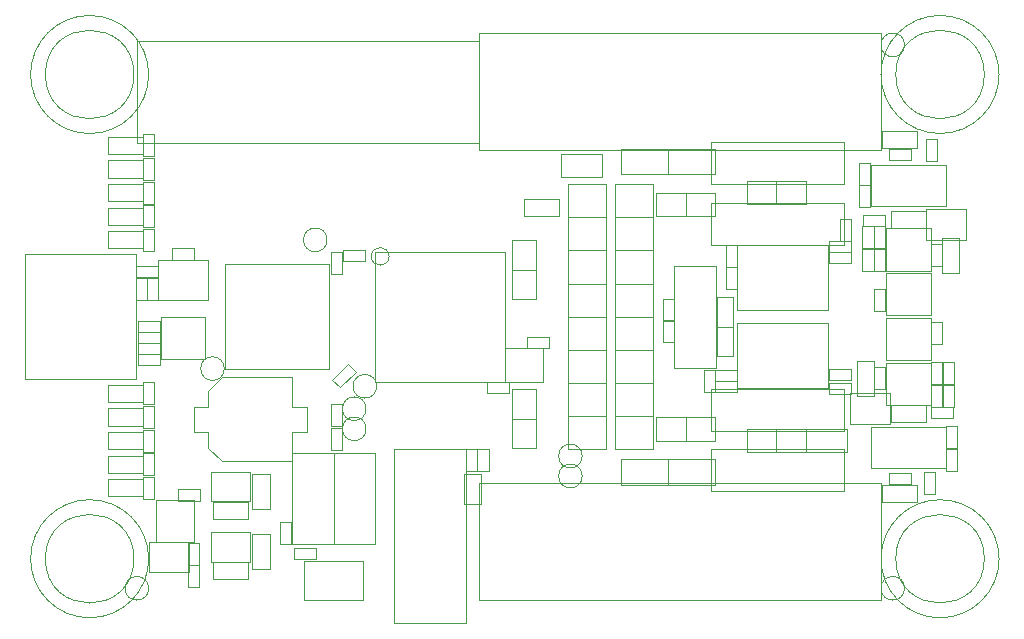
<source format=gbr>
G04 #@! TF.GenerationSoftware,KiCad,Pcbnew,7.0.7+dfsg-1*
G04 #@! TF.CreationDate,2023-10-06T03:56:53+00:00*
G04 #@! TF.ProjectId,glasgow,676c6173-676f-4772-9e6b-696361645f70,C3*
G04 #@! TF.SameCoordinates,Original*
G04 #@! TF.FileFunction,Other,User*
%FSLAX46Y46*%
G04 Gerber Fmt 4.6, Leading zero omitted, Abs format (unit mm)*
G04 Created by KiCad (PCBNEW 7.0.7+dfsg-1) date 2023-10-06 03:56:53*
%MOMM*%
%LPD*%
G01*
G04 APERTURE LIST*
%ADD10C,0.050000*%
%ADD11C,0.120000*%
G04 APERTURE END LIST*
D10*
X77400000Y-105000000D02*
G75*
G03*
X77400000Y-105000000I-1000000J0D01*
G01*
X77400000Y-103300000D02*
G75*
G03*
X77400000Y-103300000I-1000000J0D01*
G01*
X59000000Y-118500000D02*
G75*
G03*
X59000000Y-118500000I-1000000J0D01*
G01*
X123000000Y-72500000D02*
G75*
G03*
X123000000Y-72500000I-1000000J0D01*
G01*
X126530000Y-108530000D02*
X126530000Y-106670000D01*
X127470000Y-108530000D02*
X126530000Y-108530000D01*
X126530000Y-106670000D02*
X127470000Y-106670000D01*
X127470000Y-106670000D02*
X127470000Y-108530000D01*
X59470000Y-107070000D02*
X59470000Y-108930000D01*
X58530000Y-107070000D02*
X59470000Y-107070000D01*
X59470000Y-108930000D02*
X58530000Y-108930000D01*
X58530000Y-108930000D02*
X58530000Y-107070000D01*
X59470000Y-109070000D02*
X59470000Y-110930000D01*
X58530000Y-109070000D02*
X59470000Y-109070000D01*
X59470000Y-110930000D02*
X58530000Y-110930000D01*
X58530000Y-110930000D02*
X58530000Y-109070000D01*
X74100000Y-89000000D02*
G75*
G03*
X74100000Y-89000000I-1000000J0D01*
G01*
X74560051Y-100825269D02*
X75875269Y-99510051D01*
X75224731Y-101489949D02*
X74560051Y-100825269D01*
X75875269Y-99510051D02*
X76539949Y-100174731D01*
X76539949Y-100174731D02*
X75224731Y-101489949D01*
X65420000Y-91070000D02*
X74280000Y-91070000D01*
X65420000Y-99930000D02*
X65420000Y-91070000D01*
X74280000Y-91070000D02*
X74280000Y-99930000D01*
X74280000Y-99930000D02*
X65420000Y-99930000D01*
X120430000Y-91630000D02*
X120430000Y-89770000D01*
X121370000Y-91630000D02*
X120430000Y-91630000D01*
X120430000Y-89770000D02*
X121370000Y-89770000D01*
X121370000Y-89770000D02*
X121370000Y-91630000D01*
X55520000Y-101270000D02*
X58480000Y-101270000D01*
X55520000Y-102730000D02*
X55520000Y-101270000D01*
X58480000Y-101270000D02*
X58480000Y-102730000D01*
X58480000Y-102730000D02*
X55520000Y-102730000D01*
X55520000Y-105270000D02*
X58480000Y-105270000D01*
X55520000Y-106730000D02*
X55520000Y-105270000D01*
X58480000Y-105270000D02*
X58480000Y-106730000D01*
X58480000Y-106730000D02*
X55520000Y-106730000D01*
X55520000Y-88270000D02*
X58480000Y-88270000D01*
X55520000Y-89730000D02*
X55520000Y-88270000D01*
X58480000Y-88270000D02*
X58480000Y-89730000D01*
X58480000Y-89730000D02*
X55520000Y-89730000D01*
X55520000Y-86270000D02*
X58480000Y-86270000D01*
X55520000Y-87730000D02*
X55520000Y-86270000D01*
X58480000Y-86270000D02*
X58480000Y-87730000D01*
X58480000Y-87730000D02*
X55520000Y-87730000D01*
X55520000Y-84270000D02*
X58480000Y-84270000D01*
X55520000Y-85730000D02*
X55520000Y-84270000D01*
X58480000Y-84270000D02*
X58480000Y-85730000D01*
X58480000Y-85730000D02*
X55520000Y-85730000D01*
X55520000Y-82270000D02*
X58480000Y-82270000D01*
X55520000Y-83730000D02*
X55520000Y-82270000D01*
X58480000Y-82270000D02*
X58480000Y-83730000D01*
X58480000Y-83730000D02*
X55520000Y-83730000D01*
X58530000Y-85930000D02*
X58530000Y-84070000D01*
X59470000Y-85930000D02*
X58530000Y-85930000D01*
X58530000Y-84070000D02*
X59470000Y-84070000D01*
X59470000Y-84070000D02*
X59470000Y-85930000D01*
X58530000Y-87930000D02*
X58530000Y-86070000D01*
X59470000Y-87930000D02*
X58530000Y-87930000D01*
X58530000Y-86070000D02*
X59470000Y-86070000D01*
X59470000Y-86070000D02*
X59470000Y-87930000D01*
X59470000Y-103070000D02*
X59470000Y-104930000D01*
X58530000Y-103070000D02*
X59470000Y-103070000D01*
X59470000Y-104930000D02*
X58530000Y-104930000D01*
X58530000Y-104930000D02*
X58530000Y-103070000D01*
X98500000Y-98300000D02*
X98500000Y-101100000D01*
X98500000Y-98300000D02*
X101700000Y-98300000D01*
X98500000Y-101100000D02*
X101700000Y-101100000D01*
X101700000Y-101100000D02*
X101700000Y-98300000D01*
X98500000Y-95500000D02*
X98500000Y-98300000D01*
X98500000Y-95500000D02*
X101700000Y-95500000D01*
X98500000Y-98300000D02*
X101700000Y-98300000D01*
X101700000Y-98300000D02*
X101700000Y-95500000D01*
X98500000Y-89900000D02*
X98500000Y-92700000D01*
X98500000Y-89900000D02*
X101700000Y-89900000D01*
X98500000Y-92700000D02*
X101700000Y-92700000D01*
X101700000Y-92700000D02*
X101700000Y-89900000D01*
X94500000Y-92700000D02*
X94500000Y-95500000D01*
X94500000Y-92700000D02*
X97700000Y-92700000D01*
X94500000Y-95500000D02*
X97700000Y-95500000D01*
X97700000Y-95500000D02*
X97700000Y-92700000D01*
X94500000Y-89900000D02*
X94500000Y-92700000D01*
X94500000Y-89900000D02*
X97700000Y-89900000D01*
X94500000Y-92700000D02*
X97700000Y-92700000D01*
X97700000Y-92700000D02*
X97700000Y-89900000D01*
X94500000Y-87100000D02*
X94500000Y-89900000D01*
X94500000Y-87100000D02*
X97700000Y-87100000D01*
X94500000Y-89900000D02*
X97700000Y-89900000D01*
X97700000Y-89900000D02*
X97700000Y-87100000D01*
X94500000Y-95500000D02*
X94500000Y-98300000D01*
X94500000Y-95500000D02*
X97700000Y-95500000D01*
X94500000Y-98300000D02*
X97700000Y-98300000D01*
X97700000Y-98300000D02*
X97700000Y-95500000D01*
X94500000Y-101100000D02*
X94500000Y-103900000D01*
X94500000Y-101100000D02*
X97700000Y-101100000D01*
X94500000Y-103900000D02*
X97700000Y-103900000D01*
X97700000Y-103900000D02*
X97700000Y-101100000D01*
X94500000Y-103900000D02*
X94500000Y-106700000D01*
X94500000Y-103900000D02*
X97700000Y-103900000D01*
X94500000Y-106700000D02*
X97700000Y-106700000D01*
X97700000Y-106700000D02*
X97700000Y-103900000D01*
X121330000Y-87870000D02*
X119470000Y-87870000D01*
X121330000Y-86930000D02*
X121330000Y-87870000D01*
X119470000Y-87870000D02*
X119470000Y-86930000D01*
X119470000Y-86930000D02*
X121330000Y-86930000D01*
X55520000Y-80270000D02*
X58480000Y-80270000D01*
X55520000Y-81730000D02*
X55520000Y-80270000D01*
X58480000Y-80270000D02*
X58480000Y-81730000D01*
X58480000Y-81730000D02*
X55520000Y-81730000D01*
X106650000Y-89400000D02*
X106650000Y-85850000D01*
X117850000Y-89400000D02*
X106650000Y-89400000D01*
X106650000Y-85850000D02*
X117850000Y-85850000D01*
X117850000Y-85850000D02*
X117850000Y-89400000D01*
X117850000Y-106700000D02*
X117850000Y-110250000D01*
X106650000Y-106700000D02*
X117850000Y-106700000D01*
X117850000Y-110250000D02*
X106650000Y-110250000D01*
X106650000Y-110250000D02*
X106650000Y-106700000D01*
X126170000Y-91780000D02*
X126170000Y-88820000D01*
X127630000Y-91780000D02*
X126170000Y-91780000D01*
X126170000Y-88820000D02*
X127630000Y-88820000D01*
X127630000Y-88820000D02*
X127630000Y-91780000D01*
X120430000Y-99220000D02*
X120430000Y-102180000D01*
X118970000Y-99220000D02*
X120430000Y-99220000D01*
X120430000Y-102180000D02*
X118970000Y-102180000D01*
X118970000Y-102180000D02*
X118970000Y-99220000D01*
X124780000Y-104430000D02*
X121820000Y-104430000D01*
X124780000Y-102970000D02*
X124780000Y-104430000D01*
X121820000Y-104430000D02*
X121820000Y-102970000D01*
X121820000Y-102970000D02*
X124780000Y-102970000D01*
X126170000Y-101270000D02*
X126170000Y-103130000D01*
X125230000Y-101270000D02*
X126170000Y-101270000D01*
X126170000Y-103130000D02*
X125230000Y-103130000D01*
X125230000Y-103130000D02*
X125230000Y-101270000D01*
X126170000Y-99370000D02*
X126170000Y-101230000D01*
X125230000Y-99370000D02*
X126170000Y-99370000D01*
X126170000Y-101230000D02*
X125230000Y-101230000D01*
X125230000Y-101230000D02*
X125230000Y-99370000D01*
X123000000Y-118500000D02*
G75*
G03*
X123000000Y-118500000I-1000000J0D01*
G01*
X79350000Y-90400000D02*
G75*
G03*
X79350000Y-90400000I-750000J0D01*
G01*
X125230000Y-91230000D02*
X125230000Y-89370000D01*
X126170000Y-91230000D02*
X125230000Y-91230000D01*
X125230000Y-89370000D02*
X126170000Y-89370000D01*
X126170000Y-89370000D02*
X126170000Y-91230000D01*
X120430000Y-89730000D02*
X120430000Y-87870000D01*
X121370000Y-89730000D02*
X120430000Y-89730000D01*
X120430000Y-87870000D02*
X121370000Y-87870000D01*
X121370000Y-87870000D02*
X121370000Y-89730000D01*
X58880000Y-94080000D02*
X58880000Y-92220000D01*
X59820000Y-94080000D02*
X58880000Y-94080000D01*
X58880000Y-92220000D02*
X59820000Y-92220000D01*
X59820000Y-92220000D02*
X59820000Y-94080000D01*
X58530000Y-89930000D02*
X58530000Y-88070000D01*
X59470000Y-89930000D02*
X58530000Y-89930000D01*
X58530000Y-88070000D02*
X59470000Y-88070000D01*
X59470000Y-88070000D02*
X59470000Y-89930000D01*
X75470000Y-89830000D02*
X77330000Y-89830000D01*
X75470000Y-90770000D02*
X75470000Y-89830000D01*
X77330000Y-89830000D02*
X77330000Y-90770000D01*
X77330000Y-90770000D02*
X75470000Y-90770000D01*
X58530000Y-81930000D02*
X58530000Y-80070000D01*
X59470000Y-81930000D02*
X58530000Y-81930000D01*
X58530000Y-80070000D02*
X59470000Y-80070000D01*
X59470000Y-80070000D02*
X59470000Y-81930000D01*
X58530000Y-83930000D02*
X58530000Y-82070000D01*
X59470000Y-83930000D02*
X58530000Y-83930000D01*
X58530000Y-82070000D02*
X59470000Y-82070000D01*
X59470000Y-82070000D02*
X59470000Y-83930000D01*
X59800000Y-90700000D02*
X59800000Y-94100000D01*
X59800000Y-94100000D02*
X64000000Y-94100000D01*
X64000000Y-90700000D02*
X59800000Y-90700000D01*
X64000000Y-94100000D02*
X64000000Y-90700000D01*
X89200000Y-90000000D02*
X78200000Y-90000000D01*
X89200000Y-90000000D02*
X89200000Y-101000000D01*
X89200000Y-101000000D02*
X78200000Y-101000000D01*
X78200000Y-101000000D02*
X78200000Y-90000000D01*
X59780000Y-92170000D02*
X57920000Y-92170000D01*
X59780000Y-91230000D02*
X59780000Y-92170000D01*
X57920000Y-92170000D02*
X57920000Y-91230000D01*
X57920000Y-91230000D02*
X59780000Y-91230000D01*
X98500000Y-87100000D02*
X98500000Y-89900000D01*
X98500000Y-87100000D02*
X101700000Y-87100000D01*
X98500000Y-89900000D02*
X101700000Y-89900000D01*
X101700000Y-89900000D02*
X101700000Y-87100000D01*
X98500000Y-84300000D02*
X98500000Y-87100000D01*
X98500000Y-84300000D02*
X101700000Y-84300000D01*
X98500000Y-87100000D02*
X101700000Y-87100000D01*
X101700000Y-87100000D02*
X101700000Y-84300000D01*
X59470000Y-105070000D02*
X59470000Y-106930000D01*
X58530000Y-105070000D02*
X59470000Y-105070000D01*
X59470000Y-106930000D02*
X58530000Y-106930000D01*
X58530000Y-106930000D02*
X58530000Y-105070000D01*
X55520000Y-107270000D02*
X58480000Y-107270000D01*
X55520000Y-108730000D02*
X55520000Y-107270000D01*
X58480000Y-107270000D02*
X58480000Y-108730000D01*
X58480000Y-108730000D02*
X55520000Y-108730000D01*
X59470000Y-101070000D02*
X59470000Y-102930000D01*
X58530000Y-101070000D02*
X59470000Y-101070000D01*
X59470000Y-102930000D02*
X58530000Y-102930000D01*
X58530000Y-102930000D02*
X58530000Y-101070000D01*
X55520000Y-103270000D02*
X58480000Y-103270000D01*
X55520000Y-104730000D02*
X55520000Y-103270000D01*
X58480000Y-103270000D02*
X58480000Y-104730000D01*
X58480000Y-104730000D02*
X55520000Y-104730000D01*
X55520000Y-109270000D02*
X58480000Y-109270000D01*
X55520000Y-110730000D02*
X55520000Y-109270000D01*
X58480000Y-109270000D02*
X58480000Y-110730000D01*
X58480000Y-110730000D02*
X55520000Y-110730000D01*
X124830000Y-82330000D02*
X124830000Y-80470000D01*
X125770000Y-82330000D02*
X124830000Y-82330000D01*
X124830000Y-80470000D02*
X125770000Y-80470000D01*
X125770000Y-80470000D02*
X125770000Y-82330000D01*
X117850000Y-101620000D02*
X117850000Y-105170000D01*
X106650000Y-101620000D02*
X117850000Y-101620000D01*
X117850000Y-105170000D02*
X106650000Y-105170000D01*
X106650000Y-105170000D02*
X106650000Y-101620000D01*
X121400000Y-99400000D02*
X125200000Y-99400000D01*
X121400000Y-103000000D02*
X121400000Y-99400000D01*
X125200000Y-99400000D02*
X125200000Y-103000000D01*
X125200000Y-103000000D02*
X121400000Y-103000000D01*
X108830000Y-101870000D02*
X106970000Y-101870000D01*
X108830000Y-100930000D02*
X108830000Y-101870000D01*
X106970000Y-101870000D02*
X106970000Y-100930000D01*
X106970000Y-100930000D02*
X108830000Y-100930000D01*
X125270000Y-103130000D02*
X127130000Y-103130000D01*
X125270000Y-104070000D02*
X125270000Y-103130000D01*
X127130000Y-103130000D02*
X127130000Y-104070000D01*
X127130000Y-104070000D02*
X125270000Y-104070000D01*
X125570000Y-108670000D02*
X125570000Y-110530000D01*
X124630000Y-108670000D02*
X125570000Y-108670000D01*
X125570000Y-110530000D02*
X124630000Y-110530000D01*
X124630000Y-110530000D02*
X124630000Y-108670000D01*
X98500000Y-92700000D02*
X98500000Y-95500000D01*
X98500000Y-92700000D02*
X101700000Y-92700000D01*
X98500000Y-95500000D02*
X101700000Y-95500000D01*
X101700000Y-95500000D02*
X101700000Y-92700000D01*
X71070000Y-112870000D02*
X71070000Y-114730000D01*
X70130000Y-112870000D02*
X71070000Y-112870000D01*
X71070000Y-114730000D02*
X70130000Y-114730000D01*
X70130000Y-114730000D02*
X70130000Y-112870000D01*
X108850000Y-89450000D02*
X108850000Y-94950000D01*
X108850000Y-94950000D02*
X116550000Y-94950000D01*
X116550000Y-89450000D02*
X108850000Y-89450000D01*
X116550000Y-94950000D02*
X116550000Y-89450000D01*
X102530000Y-97680000D02*
X102530000Y-95820000D01*
X103470000Y-97680000D02*
X102530000Y-97680000D01*
X102530000Y-95820000D02*
X103470000Y-95820000D01*
X103470000Y-95820000D02*
X103470000Y-97680000D01*
X103470000Y-93970000D02*
X103470000Y-95830000D01*
X102530000Y-93970000D02*
X103470000Y-93970000D01*
X103470000Y-95830000D02*
X102530000Y-95830000D01*
X102530000Y-95830000D02*
X102530000Y-93970000D01*
X98500000Y-101100000D02*
X98500000Y-103900000D01*
X98500000Y-101100000D02*
X101700000Y-101100000D01*
X98500000Y-103900000D02*
X101700000Y-103900000D01*
X101700000Y-103900000D02*
X101700000Y-101100000D01*
X94500000Y-98300000D02*
X94500000Y-101100000D01*
X94500000Y-98300000D02*
X97700000Y-98300000D01*
X94500000Y-101100000D02*
X97700000Y-101100000D01*
X97700000Y-101100000D02*
X97700000Y-98300000D01*
X116585000Y-101130000D02*
X118445000Y-101130000D01*
X116585000Y-102070000D02*
X116585000Y-101130000D01*
X118445000Y-101130000D02*
X118445000Y-102070000D01*
X118445000Y-102070000D02*
X116585000Y-102070000D01*
X85880000Y-108580000D02*
X85880000Y-106720000D01*
X86820000Y-108580000D02*
X85880000Y-108580000D01*
X85880000Y-106720000D02*
X86820000Y-106720000D01*
X86820000Y-106720000D02*
X86820000Y-108580000D01*
X116570000Y-99930000D02*
X118430000Y-99930000D01*
X116570000Y-100870000D02*
X116570000Y-99930000D01*
X118430000Y-99930000D02*
X118430000Y-100870000D01*
X118430000Y-100870000D02*
X116570000Y-100870000D01*
X106970000Y-100030000D02*
X108830000Y-100030000D01*
X106970000Y-100970000D02*
X106970000Y-100030000D01*
X108830000Y-100030000D02*
X108830000Y-100970000D01*
X108830000Y-100970000D02*
X106970000Y-100970000D01*
X108820000Y-89420000D02*
X108820000Y-91280000D01*
X107880000Y-89420000D02*
X108820000Y-89420000D01*
X108820000Y-91280000D02*
X107880000Y-91280000D01*
X107880000Y-91280000D02*
X107880000Y-89420000D01*
X121370000Y-99770000D02*
X121370000Y-101630000D01*
X120430000Y-99770000D02*
X121370000Y-99770000D01*
X121370000Y-101630000D02*
X120430000Y-101630000D01*
X120430000Y-101630000D02*
X120430000Y-99770000D01*
X116550000Y-101550000D02*
X116550000Y-96050000D01*
X116550000Y-96050000D02*
X108850000Y-96050000D01*
X108850000Y-101550000D02*
X116550000Y-101550000D01*
X108850000Y-96050000D02*
X108850000Y-101550000D01*
X118430000Y-90970000D02*
X116570000Y-90970000D01*
X118430000Y-90030000D02*
X118430000Y-90970000D01*
X116570000Y-90970000D02*
X116570000Y-90030000D01*
X116570000Y-90030000D02*
X118430000Y-90030000D01*
X120370000Y-87870000D02*
X120370000Y-89730000D01*
X119430000Y-87870000D02*
X120370000Y-87870000D01*
X120370000Y-89730000D02*
X119430000Y-89730000D01*
X119430000Y-89730000D02*
X119430000Y-87870000D01*
X126230000Y-103130000D02*
X126230000Y-101270000D01*
X127170000Y-103130000D02*
X126230000Y-103130000D01*
X126230000Y-101270000D02*
X127170000Y-101270000D01*
X127170000Y-101270000D02*
X127170000Y-103130000D01*
X92930000Y-98170000D02*
X91070000Y-98170000D01*
X92930000Y-97230000D02*
X92930000Y-98170000D01*
X91070000Y-98170000D02*
X91070000Y-97230000D01*
X91070000Y-97230000D02*
X92930000Y-97230000D01*
X95700000Y-107300000D02*
G75*
G03*
X95700000Y-107300000I-1000000J0D01*
G01*
X95700000Y-109000000D02*
G75*
G03*
X95700000Y-109000000I-1000000J0D01*
G01*
X74430000Y-106830000D02*
X74430000Y-104970000D01*
X75370000Y-106830000D02*
X74430000Y-106830000D01*
X74430000Y-104970000D02*
X75370000Y-104970000D01*
X75370000Y-104970000D02*
X75370000Y-106830000D01*
X108500000Y-96350000D02*
X108500000Y-98850000D01*
X107100000Y-96350000D02*
X108500000Y-96350000D01*
X108500000Y-98850000D02*
X107100000Y-98850000D01*
X107100000Y-98850000D02*
X107100000Y-96350000D01*
X89480000Y-101970000D02*
X87620000Y-101970000D01*
X89480000Y-101030000D02*
X89480000Y-101970000D01*
X87620000Y-101970000D02*
X87620000Y-101030000D01*
X87620000Y-101030000D02*
X89480000Y-101030000D01*
X107070000Y-99840000D02*
X107070000Y-91190000D01*
X107070000Y-91190000D02*
X103470000Y-91190000D01*
X103470000Y-99840000D02*
X107070000Y-99840000D01*
X103470000Y-91190000D02*
X103470000Y-99840000D01*
X57750000Y-116000000D02*
G75*
G03*
X57750000Y-116000000I-3750000J0D01*
G01*
D11*
X59000000Y-116000000D02*
G75*
G03*
X59000000Y-116000000I-5000000J0D01*
G01*
D10*
X57750000Y-75000000D02*
G75*
G03*
X57750000Y-75000000I-3750000J0D01*
G01*
D11*
X59000000Y-75000000D02*
G75*
G03*
X59000000Y-75000000I-5000000J0D01*
G01*
D10*
X129750000Y-116000000D02*
G75*
G03*
X129750000Y-116000000I-3750000J0D01*
G01*
D11*
X131000000Y-116000000D02*
G75*
G03*
X131000000Y-116000000I-5000000J0D01*
G01*
D10*
X121820000Y-86570000D02*
X124780000Y-86570000D01*
X121820000Y-88030000D02*
X121820000Y-86570000D01*
X124780000Y-86570000D02*
X124780000Y-88030000D01*
X124780000Y-88030000D02*
X121820000Y-88030000D01*
X129750000Y-75000000D02*
G75*
G03*
X129750000Y-75000000I-3750000J0D01*
G01*
D11*
X131000000Y-75000000D02*
G75*
G03*
X131000000Y-75000000I-5000000J0D01*
G01*
D10*
X106650000Y-84300000D02*
X106650000Y-80750000D01*
X117850000Y-84300000D02*
X106650000Y-84300000D01*
X106650000Y-80750000D02*
X117850000Y-80750000D01*
X117850000Y-80750000D02*
X117850000Y-84300000D01*
X124080000Y-81230000D02*
X121120000Y-81230000D01*
X124080000Y-79770000D02*
X124080000Y-81230000D01*
X121120000Y-81230000D02*
X121120000Y-79770000D01*
X121120000Y-79770000D02*
X124080000Y-79770000D01*
X120070000Y-82470000D02*
X120070000Y-84330000D01*
X119130000Y-82470000D02*
X120070000Y-82470000D01*
X120070000Y-84330000D02*
X119130000Y-84330000D01*
X119130000Y-84330000D02*
X119130000Y-82470000D01*
X86970000Y-81400000D02*
X121030000Y-81400000D01*
X121030000Y-81400000D02*
X121030000Y-71500000D01*
X86970000Y-71500000D02*
X86970000Y-81400000D01*
X121030000Y-71500000D02*
X86970000Y-71500000D01*
X123530000Y-109670000D02*
X121670000Y-109670000D01*
X123530000Y-108730000D02*
X123530000Y-109670000D01*
X121670000Y-109670000D02*
X121670000Y-108730000D01*
X121670000Y-108730000D02*
X123530000Y-108730000D01*
X123530000Y-82270000D02*
X121670000Y-82270000D01*
X123530000Y-81330000D02*
X123530000Y-82270000D01*
X121670000Y-82270000D02*
X121670000Y-81330000D01*
X121670000Y-81330000D02*
X123530000Y-81330000D01*
X78300000Y-101400000D02*
G75*
G03*
X78300000Y-101400000I-1000000J0D01*
G01*
X124080000Y-111230000D02*
X121120000Y-111230000D01*
X124080000Y-109770000D02*
X124080000Y-111230000D01*
X121120000Y-111230000D02*
X121120000Y-109770000D01*
X121120000Y-109770000D02*
X124080000Y-109770000D01*
X125200000Y-91600000D02*
X121400000Y-91600000D01*
X125200000Y-88000000D02*
X125200000Y-91600000D01*
X121400000Y-91600000D02*
X121400000Y-88000000D01*
X121400000Y-88000000D02*
X125200000Y-88000000D01*
X87100000Y-108850000D02*
X87100000Y-111350000D01*
X85700000Y-108850000D02*
X87100000Y-108850000D01*
X87100000Y-111350000D02*
X85700000Y-111350000D01*
X85700000Y-111350000D02*
X85700000Y-108850000D01*
X75370000Y-102870000D02*
X75370000Y-104730000D01*
X74430000Y-102870000D02*
X75370000Y-102870000D01*
X75370000Y-104730000D02*
X74430000Y-104730000D01*
X74430000Y-104730000D02*
X74430000Y-102870000D01*
X106950000Y-104000000D02*
X104450000Y-104000000D01*
X106950000Y-104000000D02*
X106950000Y-106000000D01*
X104450000Y-104000000D02*
X104450000Y-106000000D01*
X106950000Y-106000000D02*
X104450000Y-106000000D01*
X104450000Y-104000000D02*
X101950000Y-104000000D01*
X104450000Y-104000000D02*
X104450000Y-106000000D01*
X101950000Y-104000000D02*
X101950000Y-106000000D01*
X104450000Y-106000000D02*
X101950000Y-106000000D01*
X112150000Y-107000000D02*
X114650000Y-107000000D01*
X112150000Y-107000000D02*
X112150000Y-105000000D01*
X114650000Y-107000000D02*
X114650000Y-105000000D01*
X112150000Y-105000000D02*
X114650000Y-105000000D01*
X109650000Y-107000000D02*
X112150000Y-107000000D01*
X109650000Y-107000000D02*
X109650000Y-105000000D01*
X112150000Y-107000000D02*
X112150000Y-105000000D01*
X109650000Y-105000000D02*
X112150000Y-105000000D01*
X89800000Y-89050000D02*
X89800000Y-91550000D01*
X89800000Y-89050000D02*
X91800000Y-89050000D01*
X89800000Y-91550000D02*
X91800000Y-91550000D01*
X91800000Y-89050000D02*
X91800000Y-91550000D01*
X89800000Y-91550000D02*
X89800000Y-94050000D01*
X89800000Y-91550000D02*
X91800000Y-91550000D01*
X89800000Y-94050000D02*
X91800000Y-94050000D01*
X91800000Y-91550000D02*
X91800000Y-94050000D01*
X104450000Y-87000000D02*
X106950000Y-87000000D01*
X104450000Y-87000000D02*
X104450000Y-85000000D01*
X106950000Y-87000000D02*
X106950000Y-85000000D01*
X104450000Y-85000000D02*
X106950000Y-85000000D01*
X112150000Y-84000000D02*
X109650000Y-84000000D01*
X112150000Y-84000000D02*
X112150000Y-86000000D01*
X109650000Y-84000000D02*
X109650000Y-86000000D01*
X112150000Y-86000000D02*
X109650000Y-86000000D01*
X114650000Y-84000000D02*
X112150000Y-84000000D01*
X114650000Y-84000000D02*
X114650000Y-86000000D01*
X112150000Y-84000000D02*
X112150000Y-86000000D01*
X114650000Y-86000000D02*
X112150000Y-86000000D01*
X94500000Y-84300000D02*
X94500000Y-87100000D01*
X94500000Y-84300000D02*
X97700000Y-84300000D01*
X94500000Y-87100000D02*
X97700000Y-87100000D01*
X97700000Y-87100000D02*
X97700000Y-84300000D01*
X89200000Y-98200000D02*
X89200000Y-101000000D01*
X89200000Y-98200000D02*
X92400000Y-98200000D01*
X89200000Y-101000000D02*
X92400000Y-101000000D01*
X92400000Y-101000000D02*
X92400000Y-98200000D01*
X98500000Y-103900000D02*
X98500000Y-106700000D01*
X98500000Y-103900000D02*
X101700000Y-103900000D01*
X98500000Y-106700000D02*
X101700000Y-106700000D01*
X101700000Y-106700000D02*
X101700000Y-103900000D01*
X108500000Y-93850000D02*
X108500000Y-96350000D01*
X107100000Y-93850000D02*
X108500000Y-93850000D01*
X108500000Y-96350000D02*
X107100000Y-96350000D01*
X107100000Y-96350000D02*
X107100000Y-93850000D01*
X89800000Y-104150000D02*
X89800000Y-106650000D01*
X89800000Y-104150000D02*
X91800000Y-104150000D01*
X89800000Y-106650000D02*
X91800000Y-106650000D01*
X91800000Y-104150000D02*
X91800000Y-106650000D01*
X89800000Y-101650000D02*
X89800000Y-104150000D01*
X89800000Y-101650000D02*
X91800000Y-101650000D01*
X89800000Y-104150000D02*
X91800000Y-104150000D01*
X91800000Y-101650000D02*
X91800000Y-104150000D01*
X108820000Y-91320000D02*
X108820000Y-93180000D01*
X107880000Y-91320000D02*
X108820000Y-91320000D01*
X108820000Y-93180000D02*
X107880000Y-93180000D01*
X107880000Y-93180000D02*
X107880000Y-91320000D01*
X57920000Y-90180000D02*
X48500000Y-90180000D01*
X57920000Y-90180000D02*
X57920000Y-100820000D01*
X48500000Y-90180000D02*
X48500000Y-100820000D01*
X57920000Y-100820000D02*
X48500000Y-100820000D01*
X62830000Y-90670000D02*
X60970000Y-90670000D01*
X62830000Y-89730000D02*
X62830000Y-90670000D01*
X60970000Y-90670000D02*
X60970000Y-89730000D01*
X60970000Y-89730000D02*
X62830000Y-89730000D01*
X58870000Y-92220000D02*
X58870000Y-94080000D01*
X57930000Y-92220000D02*
X58870000Y-92220000D01*
X58870000Y-94080000D02*
X57930000Y-94080000D01*
X57930000Y-94080000D02*
X57930000Y-92220000D01*
X59980000Y-96770000D02*
X58120000Y-96770000D01*
X59980000Y-95830000D02*
X59980000Y-96770000D01*
X58120000Y-96770000D02*
X58120000Y-95830000D01*
X58120000Y-95830000D02*
X59980000Y-95830000D01*
X58120000Y-97730000D02*
X59980000Y-97730000D01*
X58120000Y-98670000D02*
X58120000Y-97730000D01*
X59980000Y-97730000D02*
X59980000Y-98670000D01*
X59980000Y-98670000D02*
X58120000Y-98670000D01*
X60000000Y-95500000D02*
X60000000Y-99100000D01*
X60000000Y-99100000D02*
X63800000Y-99100000D01*
X63800000Y-95500000D02*
X60000000Y-95500000D01*
X63800000Y-99100000D02*
X63800000Y-95500000D01*
X59980000Y-97720000D02*
X58120000Y-97720000D01*
X59980000Y-96780000D02*
X59980000Y-97720000D01*
X58120000Y-97720000D02*
X58120000Y-96780000D01*
X58120000Y-96780000D02*
X59980000Y-96780000D01*
X118100000Y-106950000D02*
X118100000Y-105050000D01*
X118100000Y-106950000D02*
X114650000Y-106950000D01*
X118100000Y-105050000D02*
X114650000Y-105050000D01*
X114650000Y-106950000D02*
X114650000Y-105050000D01*
X93900000Y-81750000D02*
X93900000Y-83650000D01*
X93900000Y-81750000D02*
X97350000Y-81750000D01*
X93900000Y-83650000D02*
X97350000Y-83650000D01*
X97350000Y-81750000D02*
X97350000Y-83650000D01*
X121800000Y-104600000D02*
X118400000Y-104600000D01*
X121800000Y-102000000D02*
X121800000Y-104600000D01*
X118400000Y-104600000D02*
X118400000Y-102000000D01*
X118400000Y-102000000D02*
X121800000Y-102000000D01*
X124800000Y-86400000D02*
X128200000Y-86400000D01*
X124800000Y-89000000D02*
X124800000Y-86400000D01*
X128200000Y-86400000D02*
X128200000Y-89000000D01*
X128200000Y-89000000D02*
X124800000Y-89000000D01*
X127170000Y-99370000D02*
X127170000Y-101230000D01*
X126230000Y-99370000D02*
X127170000Y-99370000D01*
X127170000Y-101230000D02*
X126230000Y-101230000D01*
X126230000Y-101230000D02*
X126230000Y-99370000D01*
X120120000Y-104850000D02*
X120120000Y-108350000D01*
X120120000Y-108350000D02*
X126480000Y-108350000D01*
X126480000Y-104850000D02*
X120120000Y-104850000D01*
X126480000Y-108350000D02*
X126480000Y-104850000D01*
X98950000Y-109725000D02*
X102950000Y-109725000D01*
X98950000Y-109725000D02*
X98950000Y-107575000D01*
X102950000Y-109725000D02*
X102950000Y-107575000D01*
X98950000Y-107575000D02*
X102950000Y-107575000D01*
X106950000Y-81275000D02*
X102950000Y-81275000D01*
X106950000Y-81275000D02*
X106950000Y-83425000D01*
X102950000Y-81275000D02*
X102950000Y-83425000D01*
X106950000Y-83425000D02*
X102950000Y-83425000D01*
X63330000Y-111070000D02*
X61470000Y-111070000D01*
X63330000Y-110130000D02*
X63330000Y-111070000D01*
X61470000Y-111070000D02*
X61470000Y-110130000D01*
X61470000Y-110130000D02*
X63330000Y-110130000D01*
X74430000Y-91915000D02*
X74430000Y-90055000D01*
X75370000Y-91915000D02*
X74430000Y-91915000D01*
X74430000Y-90055000D02*
X75370000Y-90055000D01*
X75370000Y-90055000D02*
X75370000Y-91915000D01*
X62400000Y-117150000D02*
X59000000Y-117150000D01*
X62400000Y-114550000D02*
X62400000Y-117150000D01*
X59000000Y-117150000D02*
X59000000Y-114550000D01*
X59000000Y-114550000D02*
X62400000Y-114550000D01*
X62330000Y-118415000D02*
X62330000Y-116555000D01*
X63270000Y-118415000D02*
X62330000Y-118415000D01*
X62330000Y-116555000D02*
X63270000Y-116555000D01*
X63270000Y-116555000D02*
X63270000Y-118415000D01*
X62330000Y-116515000D02*
X62330000Y-114655000D01*
X63270000Y-116515000D02*
X62330000Y-116515000D01*
X62330000Y-114655000D02*
X63270000Y-114655000D01*
X63270000Y-114655000D02*
X63270000Y-116515000D01*
X106970000Y-100020000D02*
X106970000Y-101880000D01*
X106030000Y-100020000D02*
X106970000Y-100020000D01*
X106970000Y-101880000D02*
X106030000Y-101880000D01*
X106030000Y-101880000D02*
X106030000Y-100020000D01*
X117530000Y-89130000D02*
X117530000Y-87270000D01*
X118470000Y-89130000D02*
X117530000Y-89130000D01*
X117530000Y-87270000D02*
X118470000Y-87270000D01*
X118470000Y-87270000D02*
X118470000Y-89130000D01*
X86830000Y-108580000D02*
X86830000Y-106720000D01*
X87770000Y-108580000D02*
X86830000Y-108580000D01*
X86830000Y-106720000D02*
X87770000Y-106720000D01*
X87770000Y-106720000D02*
X87770000Y-108580000D01*
X58000000Y-80800000D02*
X87000000Y-80800000D01*
X87000000Y-80800000D02*
X87000000Y-72200000D01*
X58000000Y-72200000D02*
X58000000Y-80800000D01*
X87000000Y-72200000D02*
X58000000Y-72200000D01*
X59980000Y-99620000D02*
X58120000Y-99620000D01*
X59980000Y-98680000D02*
X59980000Y-99620000D01*
X58120000Y-99620000D02*
X58120000Y-98680000D01*
X58120000Y-98680000D02*
X59980000Y-98680000D01*
X65400000Y-99900000D02*
G75*
G03*
X65400000Y-99900000I-1000000J0D01*
G01*
X62800000Y-103150000D02*
X62800000Y-105250000D01*
X62800000Y-105250000D02*
X64050000Y-105250000D01*
X64050000Y-101800000D02*
X64050000Y-103150000D01*
X64050000Y-101800000D02*
X65200000Y-100650000D01*
X64050000Y-103150000D02*
X62800000Y-103150000D01*
X64050000Y-105250000D02*
X64050000Y-106600000D01*
X64050000Y-106600000D02*
X65200000Y-107750000D01*
X65200000Y-100650000D02*
X71150000Y-100650000D01*
X65200000Y-107750000D02*
X71150000Y-107750000D01*
X71150000Y-100650000D02*
X71150000Y-103150000D01*
X71150000Y-103150000D02*
X72400000Y-103150000D01*
X71150000Y-105250000D02*
X71150000Y-107750000D01*
X72400000Y-103150000D02*
X72400000Y-105250000D01*
X72400000Y-105250000D02*
X71150000Y-105250000D01*
X74650000Y-114750000D02*
X78150000Y-114750000D01*
X78150000Y-114750000D02*
X78150000Y-107050000D01*
X74650000Y-107050000D02*
X74650000Y-114750000D01*
X78150000Y-107050000D02*
X74650000Y-107050000D01*
X71150000Y-114750000D02*
X74650000Y-114750000D01*
X74650000Y-114750000D02*
X74650000Y-107050000D01*
X71150000Y-107050000D02*
X71150000Y-114750000D01*
X74650000Y-107050000D02*
X71150000Y-107050000D01*
X79782000Y-106749000D02*
X79782000Y-121481000D01*
X79782000Y-121481000D02*
X85870000Y-121481000D01*
X85870000Y-106749000D02*
X79782000Y-106749000D01*
X85878000Y-121481000D02*
X85870000Y-106749000D01*
X67550000Y-116250000D02*
X67550000Y-113750000D01*
X67550000Y-116250000D02*
X64250000Y-116250000D01*
X67550000Y-113750000D02*
X64250000Y-113750000D01*
X64250000Y-116250000D02*
X64250000Y-113750000D01*
X67550000Y-111150000D02*
X67550000Y-108650000D01*
X67550000Y-111150000D02*
X64250000Y-111150000D01*
X67550000Y-108650000D02*
X64250000Y-108650000D01*
X64250000Y-111150000D02*
X64250000Y-108650000D01*
X67380000Y-112630000D02*
X64420000Y-112630000D01*
X67380000Y-111170000D02*
X67380000Y-112630000D01*
X64420000Y-112630000D02*
X64420000Y-111170000D01*
X64420000Y-111170000D02*
X67380000Y-111170000D01*
X67380000Y-117730000D02*
X64420000Y-117730000D01*
X67380000Y-116270000D02*
X67380000Y-117730000D01*
X64420000Y-117730000D02*
X64420000Y-116270000D01*
X64420000Y-116270000D02*
X67380000Y-116270000D01*
X67770000Y-111780000D02*
X67770000Y-108820000D01*
X69230000Y-111780000D02*
X67770000Y-111780000D01*
X67770000Y-108820000D02*
X69230000Y-108820000D01*
X69230000Y-108820000D02*
X69230000Y-111780000D01*
X67770000Y-116880000D02*
X67770000Y-113920000D01*
X69230000Y-116880000D02*
X67770000Y-116880000D01*
X67770000Y-113920000D02*
X69230000Y-113920000D01*
X69230000Y-113920000D02*
X69230000Y-116880000D01*
X121030000Y-109600000D02*
X86970000Y-109600000D01*
X86970000Y-109600000D02*
X86970000Y-119500000D01*
X121030000Y-119500000D02*
X121030000Y-109600000D01*
X86970000Y-119500000D02*
X121030000Y-119500000D01*
X59600000Y-114550000D02*
X59600000Y-111050000D01*
X59600000Y-114550000D02*
X62800000Y-114550000D01*
X62800000Y-111050000D02*
X59600000Y-111050000D01*
X62800000Y-111050000D02*
X62800000Y-114550000D01*
X102950000Y-109725000D02*
X106950000Y-109725000D01*
X102950000Y-109725000D02*
X102950000Y-107575000D01*
X106950000Y-109725000D02*
X106950000Y-107575000D01*
X102950000Y-107575000D02*
X106950000Y-107575000D01*
X101950000Y-87000000D02*
X104450000Y-87000000D01*
X101950000Y-87000000D02*
X101950000Y-85000000D01*
X104450000Y-87000000D02*
X104450000Y-85000000D01*
X101950000Y-85000000D02*
X104450000Y-85000000D01*
X126480000Y-86150000D02*
X126480000Y-82650000D01*
X126480000Y-82650000D02*
X120120000Y-82650000D01*
X120120000Y-86150000D02*
X126480000Y-86150000D01*
X120120000Y-82650000D02*
X120120000Y-86150000D01*
X73180000Y-116020000D02*
X71320000Y-116020000D01*
X73180000Y-115080000D02*
X73180000Y-116020000D01*
X71320000Y-116020000D02*
X71320000Y-115080000D01*
X71320000Y-115080000D02*
X73180000Y-115080000D01*
X127460000Y-104790000D02*
X127460000Y-106610000D01*
X126540000Y-104790000D02*
X127460000Y-104790000D01*
X127460000Y-106610000D02*
X126540000Y-106610000D01*
X126540000Y-106610000D02*
X126540000Y-104790000D01*
X119140000Y-86210000D02*
X119140000Y-84390000D01*
X120060000Y-86210000D02*
X119140000Y-86210000D01*
X119140000Y-84390000D02*
X120060000Y-84390000D01*
X120060000Y-84390000D02*
X120060000Y-86210000D01*
X102950000Y-81275000D02*
X98950000Y-81275000D01*
X102950000Y-81275000D02*
X102950000Y-83425000D01*
X98950000Y-81275000D02*
X98950000Y-83425000D01*
X102950000Y-83425000D02*
X98950000Y-83425000D01*
X121370000Y-93170000D02*
X121370000Y-95030000D01*
X120430000Y-93170000D02*
X121370000Y-93170000D01*
X121370000Y-95030000D02*
X120430000Y-95030000D01*
X120430000Y-95030000D02*
X120430000Y-93170000D01*
X121400000Y-91800000D02*
X121400000Y-95400000D01*
X121400000Y-95400000D02*
X125200000Y-95400000D01*
X125200000Y-91800000D02*
X121400000Y-91800000D01*
X125200000Y-95400000D02*
X125200000Y-91800000D01*
X119430000Y-91630000D02*
X119430000Y-89770000D01*
X120370000Y-91630000D02*
X119430000Y-91630000D01*
X119430000Y-89770000D02*
X120370000Y-89770000D01*
X120370000Y-89770000D02*
X120370000Y-91630000D01*
X125200000Y-99200000D02*
X125200000Y-95600000D01*
X125200000Y-95600000D02*
X121400000Y-95600000D01*
X121400000Y-99200000D02*
X125200000Y-99200000D01*
X121400000Y-95600000D02*
X121400000Y-99200000D01*
X125230000Y-97815000D02*
X125230000Y-95955000D01*
X126170000Y-97815000D02*
X125230000Y-97815000D01*
X125230000Y-95955000D02*
X126170000Y-95955000D01*
X126170000Y-95955000D02*
X126170000Y-97815000D01*
X77150000Y-119480000D02*
X72150000Y-119480000D01*
X77150000Y-116180000D02*
X77150000Y-119480000D01*
X72150000Y-119480000D02*
X72150000Y-116180000D01*
X72150000Y-116180000D02*
X77150000Y-116180000D01*
X116570000Y-89130000D02*
X118430000Y-89130000D01*
X116570000Y-90070000D02*
X116570000Y-89130000D01*
X118430000Y-89130000D02*
X118430000Y-90070000D01*
X118430000Y-90070000D02*
X116570000Y-90070000D01*
X90745000Y-85520000D02*
X93705000Y-85520000D01*
X90745000Y-86980000D02*
X90745000Y-85520000D01*
X93705000Y-85520000D02*
X93705000Y-86980000D01*
X93705000Y-86980000D02*
X90745000Y-86980000D01*
M02*

</source>
